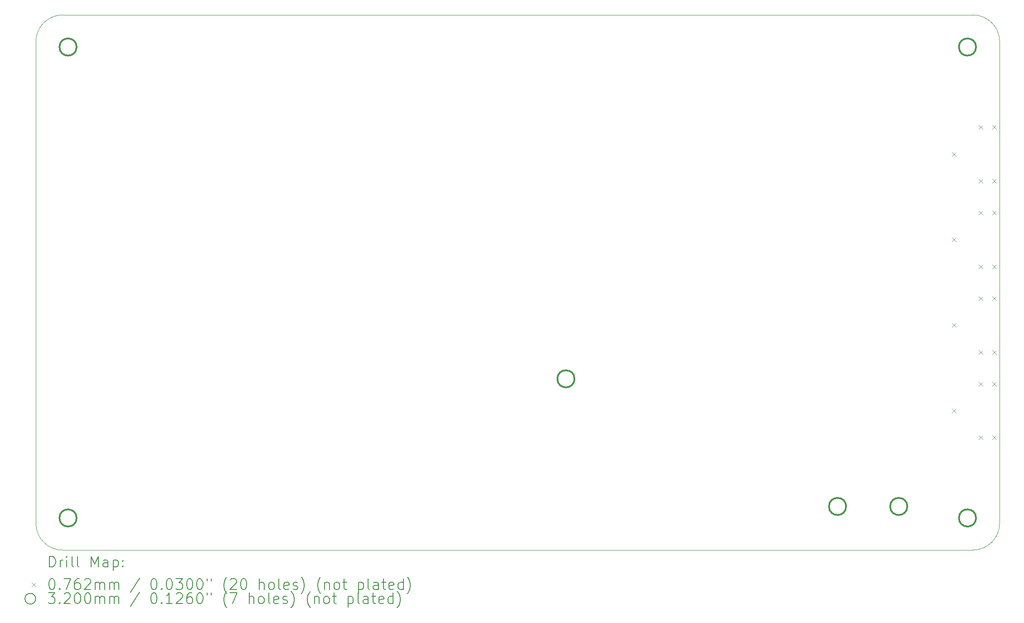
<source format=gbr>
%FSLAX45Y45*%
G04 Gerber Fmt 4.5, Leading zero omitted, Abs format (unit mm)*
G04 Created by KiCad (PCBNEW (6.0.0-rc1-172-gb8b8c0d34c)) date 2021-12-06 15:46:52*
%MOMM*%
%LPD*%
G01*
G04 APERTURE LIST*
%TA.AperFunction,Profile*%
%ADD10C,0.100000*%
%TD*%
%ADD11C,0.200000*%
%ADD12C,0.076200*%
%ADD13C,0.320000*%
G04 APERTURE END LIST*
D10*
X23000000Y-14500000D02*
X23000000Y-5500000D01*
X5500000Y-15000000D02*
X22500000Y-15000000D01*
X5000000Y-5500000D02*
X5000000Y-14500000D01*
X22500000Y-5000000D02*
X5500000Y-5000000D01*
X22500000Y-15000000D02*
G75*
G03*
X23000000Y-14500000I0J500000D01*
G01*
X23000000Y-5500000D02*
G75*
G03*
X22500000Y-5000000I-500000J0D01*
G01*
X5000000Y-14500000D02*
G75*
G03*
X5500000Y-15000000I500000J0D01*
G01*
X5500000Y-5000000D02*
G75*
G03*
X5000000Y-5500000I0J-500000D01*
G01*
D11*
D12*
X22111900Y-7561900D02*
X22188100Y-7638100D01*
X22188100Y-7561900D02*
X22111900Y-7638100D01*
X22111900Y-9161900D02*
X22188100Y-9238100D01*
X22188100Y-9161900D02*
X22111900Y-9238100D01*
X22111900Y-10761900D02*
X22188100Y-10838100D01*
X22188100Y-10761900D02*
X22111900Y-10838100D01*
X22111900Y-12361900D02*
X22188100Y-12438100D01*
X22188100Y-12361900D02*
X22111900Y-12438100D01*
X22611900Y-7061900D02*
X22688100Y-7138100D01*
X22688100Y-7061900D02*
X22611900Y-7138100D01*
X22611900Y-8061900D02*
X22688100Y-8138100D01*
X22688100Y-8061900D02*
X22611900Y-8138100D01*
X22611900Y-8661900D02*
X22688100Y-8738100D01*
X22688100Y-8661900D02*
X22611900Y-8738100D01*
X22611900Y-9661900D02*
X22688100Y-9738100D01*
X22688100Y-9661900D02*
X22611900Y-9738100D01*
X22611900Y-10261900D02*
X22688100Y-10338100D01*
X22688100Y-10261900D02*
X22611900Y-10338100D01*
X22611900Y-11261900D02*
X22688100Y-11338100D01*
X22688100Y-11261900D02*
X22611900Y-11338100D01*
X22611900Y-11861900D02*
X22688100Y-11938100D01*
X22688100Y-11861900D02*
X22611900Y-11938100D01*
X22611900Y-12861900D02*
X22688100Y-12938100D01*
X22688100Y-12861900D02*
X22611900Y-12938100D01*
X22861900Y-7061900D02*
X22938100Y-7138100D01*
X22938100Y-7061900D02*
X22861900Y-7138100D01*
X22861900Y-8061900D02*
X22938100Y-8138100D01*
X22938100Y-8061900D02*
X22861900Y-8138100D01*
X22861900Y-8661900D02*
X22938100Y-8738100D01*
X22938100Y-8661900D02*
X22861900Y-8738100D01*
X22861900Y-9661900D02*
X22938100Y-9738100D01*
X22938100Y-9661900D02*
X22861900Y-9738100D01*
X22861900Y-10261900D02*
X22938100Y-10338100D01*
X22938100Y-10261900D02*
X22861900Y-10338100D01*
X22861900Y-11261900D02*
X22938100Y-11338100D01*
X22938100Y-11261900D02*
X22861900Y-11338100D01*
X22861900Y-11861900D02*
X22938100Y-11938100D01*
X22938100Y-11861900D02*
X22861900Y-11938100D01*
X22861900Y-12861900D02*
X22938100Y-12938100D01*
X22938100Y-12861900D02*
X22861900Y-12938100D01*
D13*
X5760000Y-5600000D02*
G75*
G03*
X5760000Y-5600000I-160000J0D01*
G01*
X5760000Y-14400000D02*
G75*
G03*
X5760000Y-14400000I-160000J0D01*
G01*
X15060000Y-11800000D02*
G75*
G03*
X15060000Y-11800000I-160000J0D01*
G01*
X20133000Y-14185000D02*
G75*
G03*
X20133000Y-14185000I-160000J0D01*
G01*
X21276000Y-14185000D02*
G75*
G03*
X21276000Y-14185000I-160000J0D01*
G01*
X22560000Y-5600000D02*
G75*
G03*
X22560000Y-5600000I-160000J0D01*
G01*
X22560000Y-14400000D02*
G75*
G03*
X22560000Y-14400000I-160000J0D01*
G01*
D11*
X5252619Y-15315476D02*
X5252619Y-15115476D01*
X5300238Y-15115476D01*
X5328810Y-15125000D01*
X5347857Y-15144048D01*
X5357381Y-15163095D01*
X5366905Y-15201190D01*
X5366905Y-15229762D01*
X5357381Y-15267857D01*
X5347857Y-15286905D01*
X5328810Y-15305952D01*
X5300238Y-15315476D01*
X5252619Y-15315476D01*
X5452619Y-15315476D02*
X5452619Y-15182143D01*
X5452619Y-15220238D02*
X5462143Y-15201190D01*
X5471667Y-15191667D01*
X5490714Y-15182143D01*
X5509762Y-15182143D01*
X5576429Y-15315476D02*
X5576429Y-15182143D01*
X5576429Y-15115476D02*
X5566905Y-15125000D01*
X5576429Y-15134524D01*
X5585952Y-15125000D01*
X5576429Y-15115476D01*
X5576429Y-15134524D01*
X5700238Y-15315476D02*
X5681190Y-15305952D01*
X5671667Y-15286905D01*
X5671667Y-15115476D01*
X5805000Y-15315476D02*
X5785952Y-15305952D01*
X5776428Y-15286905D01*
X5776428Y-15115476D01*
X6033571Y-15315476D02*
X6033571Y-15115476D01*
X6100238Y-15258333D01*
X6166905Y-15115476D01*
X6166905Y-15315476D01*
X6347857Y-15315476D02*
X6347857Y-15210714D01*
X6338333Y-15191667D01*
X6319286Y-15182143D01*
X6281190Y-15182143D01*
X6262143Y-15191667D01*
X6347857Y-15305952D02*
X6328809Y-15315476D01*
X6281190Y-15315476D01*
X6262143Y-15305952D01*
X6252619Y-15286905D01*
X6252619Y-15267857D01*
X6262143Y-15248809D01*
X6281190Y-15239286D01*
X6328809Y-15239286D01*
X6347857Y-15229762D01*
X6443095Y-15182143D02*
X6443095Y-15382143D01*
X6443095Y-15191667D02*
X6462143Y-15182143D01*
X6500238Y-15182143D01*
X6519286Y-15191667D01*
X6528809Y-15201190D01*
X6538333Y-15220238D01*
X6538333Y-15277381D01*
X6528809Y-15296428D01*
X6519286Y-15305952D01*
X6500238Y-15315476D01*
X6462143Y-15315476D01*
X6443095Y-15305952D01*
X6624048Y-15296428D02*
X6633571Y-15305952D01*
X6624048Y-15315476D01*
X6614524Y-15305952D01*
X6624048Y-15296428D01*
X6624048Y-15315476D01*
X6624048Y-15191667D02*
X6633571Y-15201190D01*
X6624048Y-15210714D01*
X6614524Y-15201190D01*
X6624048Y-15191667D01*
X6624048Y-15210714D01*
D12*
X4918800Y-15606900D02*
X4995000Y-15683100D01*
X4995000Y-15606900D02*
X4918800Y-15683100D01*
D11*
X5290714Y-15535476D02*
X5309762Y-15535476D01*
X5328810Y-15545000D01*
X5338333Y-15554524D01*
X5347857Y-15573571D01*
X5357381Y-15611667D01*
X5357381Y-15659286D01*
X5347857Y-15697381D01*
X5338333Y-15716428D01*
X5328810Y-15725952D01*
X5309762Y-15735476D01*
X5290714Y-15735476D01*
X5271667Y-15725952D01*
X5262143Y-15716428D01*
X5252619Y-15697381D01*
X5243095Y-15659286D01*
X5243095Y-15611667D01*
X5252619Y-15573571D01*
X5262143Y-15554524D01*
X5271667Y-15545000D01*
X5290714Y-15535476D01*
X5443095Y-15716428D02*
X5452619Y-15725952D01*
X5443095Y-15735476D01*
X5433571Y-15725952D01*
X5443095Y-15716428D01*
X5443095Y-15735476D01*
X5519286Y-15535476D02*
X5652619Y-15535476D01*
X5566905Y-15735476D01*
X5814524Y-15535476D02*
X5776428Y-15535476D01*
X5757381Y-15545000D01*
X5747857Y-15554524D01*
X5728809Y-15583095D01*
X5719286Y-15621190D01*
X5719286Y-15697381D01*
X5728809Y-15716428D01*
X5738333Y-15725952D01*
X5757381Y-15735476D01*
X5795476Y-15735476D01*
X5814524Y-15725952D01*
X5824048Y-15716428D01*
X5833571Y-15697381D01*
X5833571Y-15649762D01*
X5824048Y-15630714D01*
X5814524Y-15621190D01*
X5795476Y-15611667D01*
X5757381Y-15611667D01*
X5738333Y-15621190D01*
X5728809Y-15630714D01*
X5719286Y-15649762D01*
X5909762Y-15554524D02*
X5919286Y-15545000D01*
X5938333Y-15535476D01*
X5985952Y-15535476D01*
X6005000Y-15545000D01*
X6014524Y-15554524D01*
X6024048Y-15573571D01*
X6024048Y-15592619D01*
X6014524Y-15621190D01*
X5900238Y-15735476D01*
X6024048Y-15735476D01*
X6109762Y-15735476D02*
X6109762Y-15602143D01*
X6109762Y-15621190D02*
X6119286Y-15611667D01*
X6138333Y-15602143D01*
X6166905Y-15602143D01*
X6185952Y-15611667D01*
X6195476Y-15630714D01*
X6195476Y-15735476D01*
X6195476Y-15630714D02*
X6205000Y-15611667D01*
X6224048Y-15602143D01*
X6252619Y-15602143D01*
X6271667Y-15611667D01*
X6281190Y-15630714D01*
X6281190Y-15735476D01*
X6376428Y-15735476D02*
X6376428Y-15602143D01*
X6376428Y-15621190D02*
X6385952Y-15611667D01*
X6405000Y-15602143D01*
X6433571Y-15602143D01*
X6452619Y-15611667D01*
X6462143Y-15630714D01*
X6462143Y-15735476D01*
X6462143Y-15630714D02*
X6471667Y-15611667D01*
X6490714Y-15602143D01*
X6519286Y-15602143D01*
X6538333Y-15611667D01*
X6547857Y-15630714D01*
X6547857Y-15735476D01*
X6938333Y-15525952D02*
X6766905Y-15783095D01*
X7195476Y-15535476D02*
X7214524Y-15535476D01*
X7233571Y-15545000D01*
X7243095Y-15554524D01*
X7252619Y-15573571D01*
X7262143Y-15611667D01*
X7262143Y-15659286D01*
X7252619Y-15697381D01*
X7243095Y-15716428D01*
X7233571Y-15725952D01*
X7214524Y-15735476D01*
X7195476Y-15735476D01*
X7176428Y-15725952D01*
X7166905Y-15716428D01*
X7157381Y-15697381D01*
X7147857Y-15659286D01*
X7147857Y-15611667D01*
X7157381Y-15573571D01*
X7166905Y-15554524D01*
X7176428Y-15545000D01*
X7195476Y-15535476D01*
X7347857Y-15716428D02*
X7357381Y-15725952D01*
X7347857Y-15735476D01*
X7338333Y-15725952D01*
X7347857Y-15716428D01*
X7347857Y-15735476D01*
X7481190Y-15535476D02*
X7500238Y-15535476D01*
X7519286Y-15545000D01*
X7528809Y-15554524D01*
X7538333Y-15573571D01*
X7547857Y-15611667D01*
X7547857Y-15659286D01*
X7538333Y-15697381D01*
X7528809Y-15716428D01*
X7519286Y-15725952D01*
X7500238Y-15735476D01*
X7481190Y-15735476D01*
X7462143Y-15725952D01*
X7452619Y-15716428D01*
X7443095Y-15697381D01*
X7433571Y-15659286D01*
X7433571Y-15611667D01*
X7443095Y-15573571D01*
X7452619Y-15554524D01*
X7462143Y-15545000D01*
X7481190Y-15535476D01*
X7614524Y-15535476D02*
X7738333Y-15535476D01*
X7671667Y-15611667D01*
X7700238Y-15611667D01*
X7719286Y-15621190D01*
X7728809Y-15630714D01*
X7738333Y-15649762D01*
X7738333Y-15697381D01*
X7728809Y-15716428D01*
X7719286Y-15725952D01*
X7700238Y-15735476D01*
X7643095Y-15735476D01*
X7624048Y-15725952D01*
X7614524Y-15716428D01*
X7862143Y-15535476D02*
X7881190Y-15535476D01*
X7900238Y-15545000D01*
X7909762Y-15554524D01*
X7919286Y-15573571D01*
X7928809Y-15611667D01*
X7928809Y-15659286D01*
X7919286Y-15697381D01*
X7909762Y-15716428D01*
X7900238Y-15725952D01*
X7881190Y-15735476D01*
X7862143Y-15735476D01*
X7843095Y-15725952D01*
X7833571Y-15716428D01*
X7824048Y-15697381D01*
X7814524Y-15659286D01*
X7814524Y-15611667D01*
X7824048Y-15573571D01*
X7833571Y-15554524D01*
X7843095Y-15545000D01*
X7862143Y-15535476D01*
X8052619Y-15535476D02*
X8071667Y-15535476D01*
X8090714Y-15545000D01*
X8100238Y-15554524D01*
X8109762Y-15573571D01*
X8119286Y-15611667D01*
X8119286Y-15659286D01*
X8109762Y-15697381D01*
X8100238Y-15716428D01*
X8090714Y-15725952D01*
X8071667Y-15735476D01*
X8052619Y-15735476D01*
X8033571Y-15725952D01*
X8024048Y-15716428D01*
X8014524Y-15697381D01*
X8005000Y-15659286D01*
X8005000Y-15611667D01*
X8014524Y-15573571D01*
X8024048Y-15554524D01*
X8033571Y-15545000D01*
X8052619Y-15535476D01*
X8195476Y-15535476D02*
X8195476Y-15573571D01*
X8271667Y-15535476D02*
X8271667Y-15573571D01*
X8566905Y-15811667D02*
X8557381Y-15802143D01*
X8538333Y-15773571D01*
X8528810Y-15754524D01*
X8519286Y-15725952D01*
X8509762Y-15678333D01*
X8509762Y-15640238D01*
X8519286Y-15592619D01*
X8528810Y-15564048D01*
X8538333Y-15545000D01*
X8557381Y-15516428D01*
X8566905Y-15506905D01*
X8633571Y-15554524D02*
X8643095Y-15545000D01*
X8662143Y-15535476D01*
X8709762Y-15535476D01*
X8728810Y-15545000D01*
X8738333Y-15554524D01*
X8747857Y-15573571D01*
X8747857Y-15592619D01*
X8738333Y-15621190D01*
X8624048Y-15735476D01*
X8747857Y-15735476D01*
X8871667Y-15535476D02*
X8890714Y-15535476D01*
X8909762Y-15545000D01*
X8919286Y-15554524D01*
X8928810Y-15573571D01*
X8938333Y-15611667D01*
X8938333Y-15659286D01*
X8928810Y-15697381D01*
X8919286Y-15716428D01*
X8909762Y-15725952D01*
X8890714Y-15735476D01*
X8871667Y-15735476D01*
X8852619Y-15725952D01*
X8843095Y-15716428D01*
X8833571Y-15697381D01*
X8824048Y-15659286D01*
X8824048Y-15611667D01*
X8833571Y-15573571D01*
X8843095Y-15554524D01*
X8852619Y-15545000D01*
X8871667Y-15535476D01*
X9176429Y-15735476D02*
X9176429Y-15535476D01*
X9262143Y-15735476D02*
X9262143Y-15630714D01*
X9252619Y-15611667D01*
X9233571Y-15602143D01*
X9205000Y-15602143D01*
X9185952Y-15611667D01*
X9176429Y-15621190D01*
X9385952Y-15735476D02*
X9366905Y-15725952D01*
X9357381Y-15716428D01*
X9347857Y-15697381D01*
X9347857Y-15640238D01*
X9357381Y-15621190D01*
X9366905Y-15611667D01*
X9385952Y-15602143D01*
X9414524Y-15602143D01*
X9433571Y-15611667D01*
X9443095Y-15621190D01*
X9452619Y-15640238D01*
X9452619Y-15697381D01*
X9443095Y-15716428D01*
X9433571Y-15725952D01*
X9414524Y-15735476D01*
X9385952Y-15735476D01*
X9566905Y-15735476D02*
X9547857Y-15725952D01*
X9538333Y-15706905D01*
X9538333Y-15535476D01*
X9719286Y-15725952D02*
X9700238Y-15735476D01*
X9662143Y-15735476D01*
X9643095Y-15725952D01*
X9633571Y-15706905D01*
X9633571Y-15630714D01*
X9643095Y-15611667D01*
X9662143Y-15602143D01*
X9700238Y-15602143D01*
X9719286Y-15611667D01*
X9728810Y-15630714D01*
X9728810Y-15649762D01*
X9633571Y-15668809D01*
X9805000Y-15725952D02*
X9824048Y-15735476D01*
X9862143Y-15735476D01*
X9881190Y-15725952D01*
X9890714Y-15706905D01*
X9890714Y-15697381D01*
X9881190Y-15678333D01*
X9862143Y-15668809D01*
X9833571Y-15668809D01*
X9814524Y-15659286D01*
X9805000Y-15640238D01*
X9805000Y-15630714D01*
X9814524Y-15611667D01*
X9833571Y-15602143D01*
X9862143Y-15602143D01*
X9881190Y-15611667D01*
X9957381Y-15811667D02*
X9966905Y-15802143D01*
X9985952Y-15773571D01*
X9995476Y-15754524D01*
X10005000Y-15725952D01*
X10014524Y-15678333D01*
X10014524Y-15640238D01*
X10005000Y-15592619D01*
X9995476Y-15564048D01*
X9985952Y-15545000D01*
X9966905Y-15516428D01*
X9957381Y-15506905D01*
X10319286Y-15811667D02*
X10309762Y-15802143D01*
X10290714Y-15773571D01*
X10281190Y-15754524D01*
X10271667Y-15725952D01*
X10262143Y-15678333D01*
X10262143Y-15640238D01*
X10271667Y-15592619D01*
X10281190Y-15564048D01*
X10290714Y-15545000D01*
X10309762Y-15516428D01*
X10319286Y-15506905D01*
X10395476Y-15602143D02*
X10395476Y-15735476D01*
X10395476Y-15621190D02*
X10405000Y-15611667D01*
X10424048Y-15602143D01*
X10452619Y-15602143D01*
X10471667Y-15611667D01*
X10481190Y-15630714D01*
X10481190Y-15735476D01*
X10605000Y-15735476D02*
X10585952Y-15725952D01*
X10576429Y-15716428D01*
X10566905Y-15697381D01*
X10566905Y-15640238D01*
X10576429Y-15621190D01*
X10585952Y-15611667D01*
X10605000Y-15602143D01*
X10633571Y-15602143D01*
X10652619Y-15611667D01*
X10662143Y-15621190D01*
X10671667Y-15640238D01*
X10671667Y-15697381D01*
X10662143Y-15716428D01*
X10652619Y-15725952D01*
X10633571Y-15735476D01*
X10605000Y-15735476D01*
X10728810Y-15602143D02*
X10805000Y-15602143D01*
X10757381Y-15535476D02*
X10757381Y-15706905D01*
X10766905Y-15725952D01*
X10785952Y-15735476D01*
X10805000Y-15735476D01*
X11024048Y-15602143D02*
X11024048Y-15802143D01*
X11024048Y-15611667D02*
X11043095Y-15602143D01*
X11081190Y-15602143D01*
X11100238Y-15611667D01*
X11109762Y-15621190D01*
X11119286Y-15640238D01*
X11119286Y-15697381D01*
X11109762Y-15716428D01*
X11100238Y-15725952D01*
X11081190Y-15735476D01*
X11043095Y-15735476D01*
X11024048Y-15725952D01*
X11233571Y-15735476D02*
X11214524Y-15725952D01*
X11205000Y-15706905D01*
X11205000Y-15535476D01*
X11395476Y-15735476D02*
X11395476Y-15630714D01*
X11385952Y-15611667D01*
X11366905Y-15602143D01*
X11328809Y-15602143D01*
X11309762Y-15611667D01*
X11395476Y-15725952D02*
X11376428Y-15735476D01*
X11328809Y-15735476D01*
X11309762Y-15725952D01*
X11300238Y-15706905D01*
X11300238Y-15687857D01*
X11309762Y-15668809D01*
X11328809Y-15659286D01*
X11376428Y-15659286D01*
X11395476Y-15649762D01*
X11462143Y-15602143D02*
X11538333Y-15602143D01*
X11490714Y-15535476D02*
X11490714Y-15706905D01*
X11500238Y-15725952D01*
X11519286Y-15735476D01*
X11538333Y-15735476D01*
X11681190Y-15725952D02*
X11662143Y-15735476D01*
X11624048Y-15735476D01*
X11605000Y-15725952D01*
X11595476Y-15706905D01*
X11595476Y-15630714D01*
X11605000Y-15611667D01*
X11624048Y-15602143D01*
X11662143Y-15602143D01*
X11681190Y-15611667D01*
X11690714Y-15630714D01*
X11690714Y-15649762D01*
X11595476Y-15668809D01*
X11862143Y-15735476D02*
X11862143Y-15535476D01*
X11862143Y-15725952D02*
X11843095Y-15735476D01*
X11805000Y-15735476D01*
X11785952Y-15725952D01*
X11776428Y-15716428D01*
X11766905Y-15697381D01*
X11766905Y-15640238D01*
X11776428Y-15621190D01*
X11785952Y-15611667D01*
X11805000Y-15602143D01*
X11843095Y-15602143D01*
X11862143Y-15611667D01*
X11938333Y-15811667D02*
X11947857Y-15802143D01*
X11966905Y-15773571D01*
X11976428Y-15754524D01*
X11985952Y-15725952D01*
X11995476Y-15678333D01*
X11995476Y-15640238D01*
X11985952Y-15592619D01*
X11976428Y-15564048D01*
X11966905Y-15545000D01*
X11947857Y-15516428D01*
X11938333Y-15506905D01*
X4995000Y-15909000D02*
G75*
G03*
X4995000Y-15909000I-100000J0D01*
G01*
X5233571Y-15799476D02*
X5357381Y-15799476D01*
X5290714Y-15875667D01*
X5319286Y-15875667D01*
X5338333Y-15885190D01*
X5347857Y-15894714D01*
X5357381Y-15913762D01*
X5357381Y-15961381D01*
X5347857Y-15980428D01*
X5338333Y-15989952D01*
X5319286Y-15999476D01*
X5262143Y-15999476D01*
X5243095Y-15989952D01*
X5233571Y-15980428D01*
X5443095Y-15980428D02*
X5452619Y-15989952D01*
X5443095Y-15999476D01*
X5433571Y-15989952D01*
X5443095Y-15980428D01*
X5443095Y-15999476D01*
X5528810Y-15818524D02*
X5538333Y-15809000D01*
X5557381Y-15799476D01*
X5605000Y-15799476D01*
X5624048Y-15809000D01*
X5633571Y-15818524D01*
X5643095Y-15837571D01*
X5643095Y-15856619D01*
X5633571Y-15885190D01*
X5519286Y-15999476D01*
X5643095Y-15999476D01*
X5766905Y-15799476D02*
X5785952Y-15799476D01*
X5805000Y-15809000D01*
X5814524Y-15818524D01*
X5824048Y-15837571D01*
X5833571Y-15875667D01*
X5833571Y-15923286D01*
X5824048Y-15961381D01*
X5814524Y-15980428D01*
X5805000Y-15989952D01*
X5785952Y-15999476D01*
X5766905Y-15999476D01*
X5747857Y-15989952D01*
X5738333Y-15980428D01*
X5728809Y-15961381D01*
X5719286Y-15923286D01*
X5719286Y-15875667D01*
X5728809Y-15837571D01*
X5738333Y-15818524D01*
X5747857Y-15809000D01*
X5766905Y-15799476D01*
X5957381Y-15799476D02*
X5976428Y-15799476D01*
X5995476Y-15809000D01*
X6005000Y-15818524D01*
X6014524Y-15837571D01*
X6024048Y-15875667D01*
X6024048Y-15923286D01*
X6014524Y-15961381D01*
X6005000Y-15980428D01*
X5995476Y-15989952D01*
X5976428Y-15999476D01*
X5957381Y-15999476D01*
X5938333Y-15989952D01*
X5928809Y-15980428D01*
X5919286Y-15961381D01*
X5909762Y-15923286D01*
X5909762Y-15875667D01*
X5919286Y-15837571D01*
X5928809Y-15818524D01*
X5938333Y-15809000D01*
X5957381Y-15799476D01*
X6109762Y-15999476D02*
X6109762Y-15866143D01*
X6109762Y-15885190D02*
X6119286Y-15875667D01*
X6138333Y-15866143D01*
X6166905Y-15866143D01*
X6185952Y-15875667D01*
X6195476Y-15894714D01*
X6195476Y-15999476D01*
X6195476Y-15894714D02*
X6205000Y-15875667D01*
X6224048Y-15866143D01*
X6252619Y-15866143D01*
X6271667Y-15875667D01*
X6281190Y-15894714D01*
X6281190Y-15999476D01*
X6376428Y-15999476D02*
X6376428Y-15866143D01*
X6376428Y-15885190D02*
X6385952Y-15875667D01*
X6405000Y-15866143D01*
X6433571Y-15866143D01*
X6452619Y-15875667D01*
X6462143Y-15894714D01*
X6462143Y-15999476D01*
X6462143Y-15894714D02*
X6471667Y-15875667D01*
X6490714Y-15866143D01*
X6519286Y-15866143D01*
X6538333Y-15875667D01*
X6547857Y-15894714D01*
X6547857Y-15999476D01*
X6938333Y-15789952D02*
X6766905Y-16047095D01*
X7195476Y-15799476D02*
X7214524Y-15799476D01*
X7233571Y-15809000D01*
X7243095Y-15818524D01*
X7252619Y-15837571D01*
X7262143Y-15875667D01*
X7262143Y-15923286D01*
X7252619Y-15961381D01*
X7243095Y-15980428D01*
X7233571Y-15989952D01*
X7214524Y-15999476D01*
X7195476Y-15999476D01*
X7176428Y-15989952D01*
X7166905Y-15980428D01*
X7157381Y-15961381D01*
X7147857Y-15923286D01*
X7147857Y-15875667D01*
X7157381Y-15837571D01*
X7166905Y-15818524D01*
X7176428Y-15809000D01*
X7195476Y-15799476D01*
X7347857Y-15980428D02*
X7357381Y-15989952D01*
X7347857Y-15999476D01*
X7338333Y-15989952D01*
X7347857Y-15980428D01*
X7347857Y-15999476D01*
X7547857Y-15999476D02*
X7433571Y-15999476D01*
X7490714Y-15999476D02*
X7490714Y-15799476D01*
X7471667Y-15828048D01*
X7452619Y-15847095D01*
X7433571Y-15856619D01*
X7624048Y-15818524D02*
X7633571Y-15809000D01*
X7652619Y-15799476D01*
X7700238Y-15799476D01*
X7719286Y-15809000D01*
X7728809Y-15818524D01*
X7738333Y-15837571D01*
X7738333Y-15856619D01*
X7728809Y-15885190D01*
X7614524Y-15999476D01*
X7738333Y-15999476D01*
X7909762Y-15799476D02*
X7871667Y-15799476D01*
X7852619Y-15809000D01*
X7843095Y-15818524D01*
X7824048Y-15847095D01*
X7814524Y-15885190D01*
X7814524Y-15961381D01*
X7824048Y-15980428D01*
X7833571Y-15989952D01*
X7852619Y-15999476D01*
X7890714Y-15999476D01*
X7909762Y-15989952D01*
X7919286Y-15980428D01*
X7928809Y-15961381D01*
X7928809Y-15913762D01*
X7919286Y-15894714D01*
X7909762Y-15885190D01*
X7890714Y-15875667D01*
X7852619Y-15875667D01*
X7833571Y-15885190D01*
X7824048Y-15894714D01*
X7814524Y-15913762D01*
X8052619Y-15799476D02*
X8071667Y-15799476D01*
X8090714Y-15809000D01*
X8100238Y-15818524D01*
X8109762Y-15837571D01*
X8119286Y-15875667D01*
X8119286Y-15923286D01*
X8109762Y-15961381D01*
X8100238Y-15980428D01*
X8090714Y-15989952D01*
X8071667Y-15999476D01*
X8052619Y-15999476D01*
X8033571Y-15989952D01*
X8024048Y-15980428D01*
X8014524Y-15961381D01*
X8005000Y-15923286D01*
X8005000Y-15875667D01*
X8014524Y-15837571D01*
X8024048Y-15818524D01*
X8033571Y-15809000D01*
X8052619Y-15799476D01*
X8195476Y-15799476D02*
X8195476Y-15837571D01*
X8271667Y-15799476D02*
X8271667Y-15837571D01*
X8566905Y-16075667D02*
X8557381Y-16066143D01*
X8538333Y-16037571D01*
X8528810Y-16018524D01*
X8519286Y-15989952D01*
X8509762Y-15942333D01*
X8509762Y-15904238D01*
X8519286Y-15856619D01*
X8528810Y-15828048D01*
X8538333Y-15809000D01*
X8557381Y-15780428D01*
X8566905Y-15770905D01*
X8624048Y-15799476D02*
X8757381Y-15799476D01*
X8671667Y-15999476D01*
X8985952Y-15999476D02*
X8985952Y-15799476D01*
X9071667Y-15999476D02*
X9071667Y-15894714D01*
X9062143Y-15875667D01*
X9043095Y-15866143D01*
X9014524Y-15866143D01*
X8995476Y-15875667D01*
X8985952Y-15885190D01*
X9195476Y-15999476D02*
X9176429Y-15989952D01*
X9166905Y-15980428D01*
X9157381Y-15961381D01*
X9157381Y-15904238D01*
X9166905Y-15885190D01*
X9176429Y-15875667D01*
X9195476Y-15866143D01*
X9224048Y-15866143D01*
X9243095Y-15875667D01*
X9252619Y-15885190D01*
X9262143Y-15904238D01*
X9262143Y-15961381D01*
X9252619Y-15980428D01*
X9243095Y-15989952D01*
X9224048Y-15999476D01*
X9195476Y-15999476D01*
X9376429Y-15999476D02*
X9357381Y-15989952D01*
X9347857Y-15970905D01*
X9347857Y-15799476D01*
X9528810Y-15989952D02*
X9509762Y-15999476D01*
X9471667Y-15999476D01*
X9452619Y-15989952D01*
X9443095Y-15970905D01*
X9443095Y-15894714D01*
X9452619Y-15875667D01*
X9471667Y-15866143D01*
X9509762Y-15866143D01*
X9528810Y-15875667D01*
X9538333Y-15894714D01*
X9538333Y-15913762D01*
X9443095Y-15932809D01*
X9614524Y-15989952D02*
X9633571Y-15999476D01*
X9671667Y-15999476D01*
X9690714Y-15989952D01*
X9700238Y-15970905D01*
X9700238Y-15961381D01*
X9690714Y-15942333D01*
X9671667Y-15932809D01*
X9643095Y-15932809D01*
X9624048Y-15923286D01*
X9614524Y-15904238D01*
X9614524Y-15894714D01*
X9624048Y-15875667D01*
X9643095Y-15866143D01*
X9671667Y-15866143D01*
X9690714Y-15875667D01*
X9766905Y-16075667D02*
X9776429Y-16066143D01*
X9795476Y-16037571D01*
X9805000Y-16018524D01*
X9814524Y-15989952D01*
X9824048Y-15942333D01*
X9824048Y-15904238D01*
X9814524Y-15856619D01*
X9805000Y-15828048D01*
X9795476Y-15809000D01*
X9776429Y-15780428D01*
X9766905Y-15770905D01*
X10128810Y-16075667D02*
X10119286Y-16066143D01*
X10100238Y-16037571D01*
X10090714Y-16018524D01*
X10081190Y-15989952D01*
X10071667Y-15942333D01*
X10071667Y-15904238D01*
X10081190Y-15856619D01*
X10090714Y-15828048D01*
X10100238Y-15809000D01*
X10119286Y-15780428D01*
X10128810Y-15770905D01*
X10205000Y-15866143D02*
X10205000Y-15999476D01*
X10205000Y-15885190D02*
X10214524Y-15875667D01*
X10233571Y-15866143D01*
X10262143Y-15866143D01*
X10281190Y-15875667D01*
X10290714Y-15894714D01*
X10290714Y-15999476D01*
X10414524Y-15999476D02*
X10395476Y-15989952D01*
X10385952Y-15980428D01*
X10376429Y-15961381D01*
X10376429Y-15904238D01*
X10385952Y-15885190D01*
X10395476Y-15875667D01*
X10414524Y-15866143D01*
X10443095Y-15866143D01*
X10462143Y-15875667D01*
X10471667Y-15885190D01*
X10481190Y-15904238D01*
X10481190Y-15961381D01*
X10471667Y-15980428D01*
X10462143Y-15989952D01*
X10443095Y-15999476D01*
X10414524Y-15999476D01*
X10538333Y-15866143D02*
X10614524Y-15866143D01*
X10566905Y-15799476D02*
X10566905Y-15970905D01*
X10576429Y-15989952D01*
X10595476Y-15999476D01*
X10614524Y-15999476D01*
X10833571Y-15866143D02*
X10833571Y-16066143D01*
X10833571Y-15875667D02*
X10852619Y-15866143D01*
X10890714Y-15866143D01*
X10909762Y-15875667D01*
X10919286Y-15885190D01*
X10928810Y-15904238D01*
X10928810Y-15961381D01*
X10919286Y-15980428D01*
X10909762Y-15989952D01*
X10890714Y-15999476D01*
X10852619Y-15999476D01*
X10833571Y-15989952D01*
X11043095Y-15999476D02*
X11024048Y-15989952D01*
X11014524Y-15970905D01*
X11014524Y-15799476D01*
X11205000Y-15999476D02*
X11205000Y-15894714D01*
X11195476Y-15875667D01*
X11176429Y-15866143D01*
X11138333Y-15866143D01*
X11119286Y-15875667D01*
X11205000Y-15989952D02*
X11185952Y-15999476D01*
X11138333Y-15999476D01*
X11119286Y-15989952D01*
X11109762Y-15970905D01*
X11109762Y-15951857D01*
X11119286Y-15932809D01*
X11138333Y-15923286D01*
X11185952Y-15923286D01*
X11205000Y-15913762D01*
X11271667Y-15866143D02*
X11347857Y-15866143D01*
X11300238Y-15799476D02*
X11300238Y-15970905D01*
X11309762Y-15989952D01*
X11328809Y-15999476D01*
X11347857Y-15999476D01*
X11490714Y-15989952D02*
X11471667Y-15999476D01*
X11433571Y-15999476D01*
X11414524Y-15989952D01*
X11405000Y-15970905D01*
X11405000Y-15894714D01*
X11414524Y-15875667D01*
X11433571Y-15866143D01*
X11471667Y-15866143D01*
X11490714Y-15875667D01*
X11500238Y-15894714D01*
X11500238Y-15913762D01*
X11405000Y-15932809D01*
X11671667Y-15999476D02*
X11671667Y-15799476D01*
X11671667Y-15989952D02*
X11652619Y-15999476D01*
X11614524Y-15999476D01*
X11595476Y-15989952D01*
X11585952Y-15980428D01*
X11576428Y-15961381D01*
X11576428Y-15904238D01*
X11585952Y-15885190D01*
X11595476Y-15875667D01*
X11614524Y-15866143D01*
X11652619Y-15866143D01*
X11671667Y-15875667D01*
X11747857Y-16075667D02*
X11757381Y-16066143D01*
X11776428Y-16037571D01*
X11785952Y-16018524D01*
X11795476Y-15989952D01*
X11805000Y-15942333D01*
X11805000Y-15904238D01*
X11795476Y-15856619D01*
X11785952Y-15828048D01*
X11776428Y-15809000D01*
X11757381Y-15780428D01*
X11747857Y-15770905D01*
M02*

</source>
